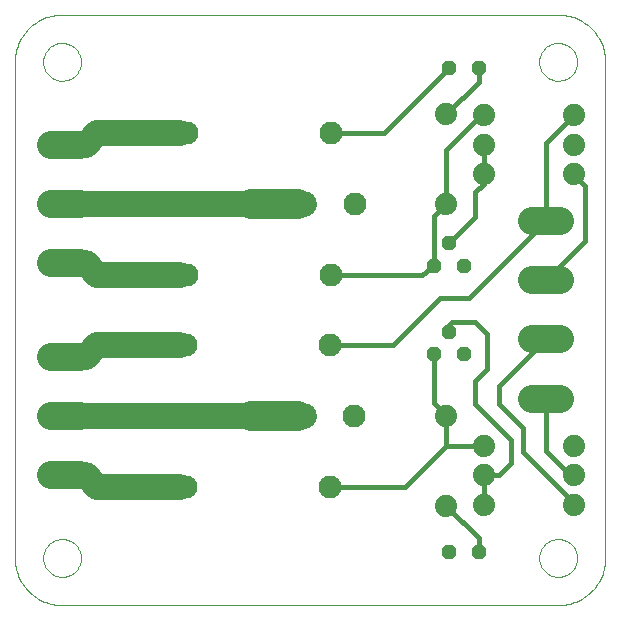
<source format=gtl>
G75*
G70*
%OFA0B0*%
%FSLAX24Y24*%
%IPPOS*%
%LPD*%
%AMOC8*
5,1,8,0,0,1.08239X$1,22.5*
%
%ADD10C,0.0740*%
%ADD11OC8,0.0480*%
%ADD12C,0.0768*%
%ADD13C,0.0000*%
%ADD14C,0.0937*%
%ADD15C,0.0160*%
%ADD16C,0.0860*%
%ADD17R,0.0356X0.0356*%
%ADD18C,0.1000*%
D10*
X019982Y006738D03*
X021238Y006762D03*
X021238Y007746D03*
X021238Y008731D03*
X019982Y009738D03*
X024238Y008731D03*
X024238Y007746D03*
X024238Y006762D03*
X019982Y016778D03*
X021238Y017786D03*
X021238Y018770D03*
X021238Y019754D03*
X019982Y019778D03*
X024238Y019754D03*
X024238Y018770D03*
X024238Y017786D03*
D11*
X020580Y014735D03*
X020080Y015485D03*
X019580Y014735D03*
X020080Y012532D03*
X019580Y011782D03*
X020580Y011782D03*
X021072Y005187D03*
X020072Y005187D03*
X020072Y021329D03*
X021072Y021329D03*
D12*
X016163Y019160D03*
X016950Y016798D03*
X016163Y014435D03*
X016124Y012077D03*
X016911Y009715D03*
X016124Y007353D03*
X011320Y007353D03*
X011320Y012077D03*
X011360Y014435D03*
X011360Y019160D03*
D13*
X005612Y021526D02*
X005612Y004990D01*
X006557Y004990D02*
X006559Y005040D01*
X006565Y005090D01*
X006575Y005139D01*
X006589Y005187D01*
X006606Y005234D01*
X006627Y005279D01*
X006652Y005323D01*
X006680Y005364D01*
X006712Y005403D01*
X006746Y005440D01*
X006783Y005474D01*
X006823Y005504D01*
X006865Y005531D01*
X006909Y005555D01*
X006955Y005576D01*
X007002Y005592D01*
X007050Y005605D01*
X007100Y005614D01*
X007149Y005619D01*
X007200Y005620D01*
X007250Y005617D01*
X007299Y005610D01*
X007348Y005599D01*
X007396Y005584D01*
X007442Y005566D01*
X007487Y005544D01*
X007530Y005518D01*
X007571Y005489D01*
X007610Y005457D01*
X007646Y005422D01*
X007678Y005384D01*
X007708Y005344D01*
X007735Y005301D01*
X007758Y005257D01*
X007777Y005211D01*
X007793Y005163D01*
X007805Y005114D01*
X007813Y005065D01*
X007817Y005015D01*
X007817Y004965D01*
X007813Y004915D01*
X007805Y004866D01*
X007793Y004817D01*
X007777Y004769D01*
X007758Y004723D01*
X007735Y004679D01*
X007708Y004636D01*
X007678Y004596D01*
X007646Y004558D01*
X007610Y004523D01*
X007571Y004491D01*
X007530Y004462D01*
X007487Y004436D01*
X007442Y004414D01*
X007396Y004396D01*
X007348Y004381D01*
X007299Y004370D01*
X007250Y004363D01*
X007200Y004360D01*
X007149Y004361D01*
X007100Y004366D01*
X007050Y004375D01*
X007002Y004388D01*
X006955Y004404D01*
X006909Y004425D01*
X006865Y004449D01*
X006823Y004476D01*
X006783Y004506D01*
X006746Y004540D01*
X006712Y004577D01*
X006680Y004616D01*
X006652Y004657D01*
X006627Y004701D01*
X006606Y004746D01*
X006589Y004793D01*
X006575Y004841D01*
X006565Y004890D01*
X006559Y004940D01*
X006557Y004990D01*
X005612Y004990D02*
X005614Y004913D01*
X005620Y004836D01*
X005629Y004759D01*
X005642Y004683D01*
X005659Y004607D01*
X005680Y004533D01*
X005704Y004459D01*
X005732Y004387D01*
X005763Y004317D01*
X005798Y004248D01*
X005836Y004180D01*
X005877Y004115D01*
X005922Y004052D01*
X005970Y003991D01*
X006020Y003932D01*
X006073Y003876D01*
X006129Y003823D01*
X006188Y003773D01*
X006249Y003725D01*
X006312Y003680D01*
X006377Y003639D01*
X006445Y003601D01*
X006514Y003566D01*
X006584Y003535D01*
X006656Y003507D01*
X006730Y003483D01*
X006804Y003462D01*
X006880Y003445D01*
X006956Y003432D01*
X007033Y003423D01*
X007110Y003417D01*
X007187Y003415D01*
X007187Y003416D02*
X023722Y003416D01*
X023092Y004990D02*
X023094Y005040D01*
X023100Y005090D01*
X023110Y005139D01*
X023124Y005187D01*
X023141Y005234D01*
X023162Y005279D01*
X023187Y005323D01*
X023215Y005364D01*
X023247Y005403D01*
X023281Y005440D01*
X023318Y005474D01*
X023358Y005504D01*
X023400Y005531D01*
X023444Y005555D01*
X023490Y005576D01*
X023537Y005592D01*
X023585Y005605D01*
X023635Y005614D01*
X023684Y005619D01*
X023735Y005620D01*
X023785Y005617D01*
X023834Y005610D01*
X023883Y005599D01*
X023931Y005584D01*
X023977Y005566D01*
X024022Y005544D01*
X024065Y005518D01*
X024106Y005489D01*
X024145Y005457D01*
X024181Y005422D01*
X024213Y005384D01*
X024243Y005344D01*
X024270Y005301D01*
X024293Y005257D01*
X024312Y005211D01*
X024328Y005163D01*
X024340Y005114D01*
X024348Y005065D01*
X024352Y005015D01*
X024352Y004965D01*
X024348Y004915D01*
X024340Y004866D01*
X024328Y004817D01*
X024312Y004769D01*
X024293Y004723D01*
X024270Y004679D01*
X024243Y004636D01*
X024213Y004596D01*
X024181Y004558D01*
X024145Y004523D01*
X024106Y004491D01*
X024065Y004462D01*
X024022Y004436D01*
X023977Y004414D01*
X023931Y004396D01*
X023883Y004381D01*
X023834Y004370D01*
X023785Y004363D01*
X023735Y004360D01*
X023684Y004361D01*
X023635Y004366D01*
X023585Y004375D01*
X023537Y004388D01*
X023490Y004404D01*
X023444Y004425D01*
X023400Y004449D01*
X023358Y004476D01*
X023318Y004506D01*
X023281Y004540D01*
X023247Y004577D01*
X023215Y004616D01*
X023187Y004657D01*
X023162Y004701D01*
X023141Y004746D01*
X023124Y004793D01*
X023110Y004841D01*
X023100Y004890D01*
X023094Y004940D01*
X023092Y004990D01*
X023722Y003415D02*
X023799Y003417D01*
X023876Y003423D01*
X023953Y003432D01*
X024029Y003445D01*
X024105Y003462D01*
X024179Y003483D01*
X024253Y003507D01*
X024325Y003535D01*
X024395Y003566D01*
X024464Y003601D01*
X024532Y003639D01*
X024597Y003680D01*
X024660Y003725D01*
X024721Y003773D01*
X024780Y003823D01*
X024836Y003876D01*
X024889Y003932D01*
X024939Y003991D01*
X024987Y004052D01*
X025032Y004115D01*
X025073Y004180D01*
X025111Y004248D01*
X025146Y004317D01*
X025177Y004387D01*
X025205Y004459D01*
X025229Y004533D01*
X025250Y004607D01*
X025267Y004683D01*
X025280Y004759D01*
X025289Y004836D01*
X025295Y004913D01*
X025297Y004990D01*
X025297Y021526D01*
X023092Y021526D02*
X023094Y021576D01*
X023100Y021626D01*
X023110Y021675D01*
X023124Y021723D01*
X023141Y021770D01*
X023162Y021815D01*
X023187Y021859D01*
X023215Y021900D01*
X023247Y021939D01*
X023281Y021976D01*
X023318Y022010D01*
X023358Y022040D01*
X023400Y022067D01*
X023444Y022091D01*
X023490Y022112D01*
X023537Y022128D01*
X023585Y022141D01*
X023635Y022150D01*
X023684Y022155D01*
X023735Y022156D01*
X023785Y022153D01*
X023834Y022146D01*
X023883Y022135D01*
X023931Y022120D01*
X023977Y022102D01*
X024022Y022080D01*
X024065Y022054D01*
X024106Y022025D01*
X024145Y021993D01*
X024181Y021958D01*
X024213Y021920D01*
X024243Y021880D01*
X024270Y021837D01*
X024293Y021793D01*
X024312Y021747D01*
X024328Y021699D01*
X024340Y021650D01*
X024348Y021601D01*
X024352Y021551D01*
X024352Y021501D01*
X024348Y021451D01*
X024340Y021402D01*
X024328Y021353D01*
X024312Y021305D01*
X024293Y021259D01*
X024270Y021215D01*
X024243Y021172D01*
X024213Y021132D01*
X024181Y021094D01*
X024145Y021059D01*
X024106Y021027D01*
X024065Y020998D01*
X024022Y020972D01*
X023977Y020950D01*
X023931Y020932D01*
X023883Y020917D01*
X023834Y020906D01*
X023785Y020899D01*
X023735Y020896D01*
X023684Y020897D01*
X023635Y020902D01*
X023585Y020911D01*
X023537Y020924D01*
X023490Y020940D01*
X023444Y020961D01*
X023400Y020985D01*
X023358Y021012D01*
X023318Y021042D01*
X023281Y021076D01*
X023247Y021113D01*
X023215Y021152D01*
X023187Y021193D01*
X023162Y021237D01*
X023141Y021282D01*
X023124Y021329D01*
X023110Y021377D01*
X023100Y021426D01*
X023094Y021476D01*
X023092Y021526D01*
X023722Y023101D02*
X023799Y023099D01*
X023876Y023093D01*
X023953Y023084D01*
X024029Y023071D01*
X024105Y023054D01*
X024179Y023033D01*
X024253Y023009D01*
X024325Y022981D01*
X024395Y022950D01*
X024464Y022915D01*
X024532Y022877D01*
X024597Y022836D01*
X024660Y022791D01*
X024721Y022743D01*
X024780Y022693D01*
X024836Y022640D01*
X024889Y022584D01*
X024939Y022525D01*
X024987Y022464D01*
X025032Y022401D01*
X025073Y022336D01*
X025111Y022268D01*
X025146Y022199D01*
X025177Y022129D01*
X025205Y022057D01*
X025229Y021983D01*
X025250Y021909D01*
X025267Y021833D01*
X025280Y021757D01*
X025289Y021680D01*
X025295Y021603D01*
X025297Y021526D01*
X023722Y023101D02*
X007187Y023101D01*
X006557Y021526D02*
X006559Y021576D01*
X006565Y021626D01*
X006575Y021675D01*
X006589Y021723D01*
X006606Y021770D01*
X006627Y021815D01*
X006652Y021859D01*
X006680Y021900D01*
X006712Y021939D01*
X006746Y021976D01*
X006783Y022010D01*
X006823Y022040D01*
X006865Y022067D01*
X006909Y022091D01*
X006955Y022112D01*
X007002Y022128D01*
X007050Y022141D01*
X007100Y022150D01*
X007149Y022155D01*
X007200Y022156D01*
X007250Y022153D01*
X007299Y022146D01*
X007348Y022135D01*
X007396Y022120D01*
X007442Y022102D01*
X007487Y022080D01*
X007530Y022054D01*
X007571Y022025D01*
X007610Y021993D01*
X007646Y021958D01*
X007678Y021920D01*
X007708Y021880D01*
X007735Y021837D01*
X007758Y021793D01*
X007777Y021747D01*
X007793Y021699D01*
X007805Y021650D01*
X007813Y021601D01*
X007817Y021551D01*
X007817Y021501D01*
X007813Y021451D01*
X007805Y021402D01*
X007793Y021353D01*
X007777Y021305D01*
X007758Y021259D01*
X007735Y021215D01*
X007708Y021172D01*
X007678Y021132D01*
X007646Y021094D01*
X007610Y021059D01*
X007571Y021027D01*
X007530Y020998D01*
X007487Y020972D01*
X007442Y020950D01*
X007396Y020932D01*
X007348Y020917D01*
X007299Y020906D01*
X007250Y020899D01*
X007200Y020896D01*
X007149Y020897D01*
X007100Y020902D01*
X007050Y020911D01*
X007002Y020924D01*
X006955Y020940D01*
X006909Y020961D01*
X006865Y020985D01*
X006823Y021012D01*
X006783Y021042D01*
X006746Y021076D01*
X006712Y021113D01*
X006680Y021152D01*
X006652Y021193D01*
X006627Y021237D01*
X006606Y021282D01*
X006589Y021329D01*
X006575Y021377D01*
X006565Y021426D01*
X006559Y021476D01*
X006557Y021526D01*
X005612Y021526D02*
X005614Y021603D01*
X005620Y021680D01*
X005629Y021757D01*
X005642Y021833D01*
X005659Y021909D01*
X005680Y021983D01*
X005704Y022057D01*
X005732Y022129D01*
X005763Y022199D01*
X005798Y022268D01*
X005836Y022336D01*
X005877Y022401D01*
X005922Y022464D01*
X005970Y022525D01*
X006020Y022584D01*
X006073Y022640D01*
X006129Y022693D01*
X006188Y022743D01*
X006249Y022791D01*
X006312Y022836D01*
X006377Y022877D01*
X006445Y022915D01*
X006514Y022950D01*
X006584Y022981D01*
X006656Y023009D01*
X006730Y023033D01*
X006804Y023054D01*
X006880Y023071D01*
X006956Y023084D01*
X007033Y023093D01*
X007110Y023099D01*
X007187Y023101D01*
D14*
X006836Y018770D02*
X007773Y018770D01*
X007773Y016801D02*
X006836Y016801D01*
X006836Y014833D02*
X007773Y014833D01*
X007773Y011683D02*
X006836Y011683D01*
X006836Y009715D02*
X007773Y009715D01*
X007773Y007746D02*
X006836Y007746D01*
X022840Y010305D02*
X023777Y010305D01*
X023777Y012274D02*
X022840Y012274D01*
X022840Y014242D02*
X023777Y014242D01*
X023777Y016211D02*
X022840Y016211D01*
D15*
X023309Y016211D02*
X023309Y018825D01*
X024238Y019754D01*
X024238Y017786D02*
X024238Y017762D01*
X024608Y017392D01*
X024608Y015542D01*
X023309Y014242D01*
X021360Y012471D02*
X021360Y011290D01*
X020966Y010896D01*
X020966Y010109D01*
X022147Y008927D01*
X022147Y008140D01*
X021754Y007746D01*
X021238Y007746D01*
X021238Y006762D01*
X021072Y005648D02*
X019982Y006738D01*
X018604Y007353D02*
X019982Y008731D01*
X019982Y009738D01*
X019580Y010140D01*
X019580Y011782D01*
X020080Y012532D02*
X020080Y012766D01*
X020179Y012864D01*
X020966Y012864D01*
X021360Y012471D01*
X020750Y013652D02*
X019785Y013652D01*
X018210Y012077D01*
X016124Y012077D01*
X016163Y014435D02*
X019183Y014435D01*
X019580Y014735D01*
X019580Y016376D01*
X019982Y016778D01*
X019982Y018573D01*
X021163Y019754D01*
X021238Y019754D01*
X021238Y018770D02*
X021238Y017786D01*
X021238Y017467D01*
X020966Y017195D01*
X020966Y016370D01*
X020080Y015485D01*
X020750Y013652D02*
X023309Y016211D01*
X019982Y019778D02*
X021072Y020868D01*
X021072Y021329D01*
X020072Y021329D02*
X017903Y019160D01*
X016163Y019160D01*
X023309Y012274D02*
X021754Y010719D01*
X021754Y010109D01*
X022541Y009321D01*
X022541Y008534D01*
X024238Y006837D01*
X024238Y006762D01*
X024238Y007746D02*
X024116Y007746D01*
X023309Y008553D01*
X023309Y010305D01*
X021238Y008731D02*
X019982Y008731D01*
X018604Y007353D02*
X016124Y007353D01*
X021072Y005648D02*
X021072Y005187D01*
D16*
X015257Y009715D02*
X015061Y009715D01*
X013486Y009715D02*
X007383Y009715D01*
X007187Y007746D02*
X007974Y007746D01*
X008368Y007353D01*
X009943Y007353D01*
X011124Y007353D01*
X007974Y011683D02*
X007580Y011683D01*
X007974Y011683D02*
X008368Y012077D01*
X009943Y012077D01*
X011124Y012077D01*
X011124Y014439D02*
X009943Y014439D01*
X008368Y014439D01*
X007974Y014833D01*
X007580Y014833D01*
X007777Y016801D02*
X013486Y016801D01*
X015061Y016801D02*
X015257Y016801D01*
X011124Y019164D02*
X009943Y019164D01*
X008368Y019164D01*
X007974Y018770D01*
X007187Y018770D01*
D17*
X009943Y019164D03*
X013486Y016801D03*
X015061Y016801D03*
X009943Y014439D03*
X009943Y012077D03*
X013486Y009715D03*
X015061Y009715D03*
X009943Y007353D03*
D18*
X013486Y009715D02*
X015061Y009715D01*
X015061Y016801D02*
X013486Y016801D01*
M02*

</source>
